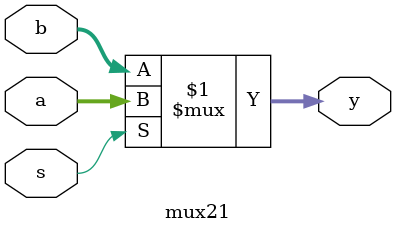
<source format=sv>
module mux21 #(parameter N = 32) (a, b, s, y);
	input logic [N-1:0] a, b;
	input logic s;
	output logic [N-1:0] y;
	assign y = s ? a : b;
endmodule
</source>
